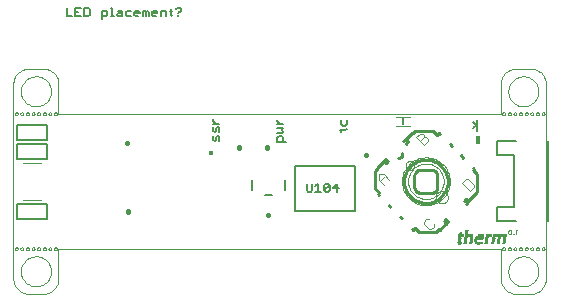
<source format=gto>
G75*
%MOIN*%
%OFA0B0*%
%FSLAX24Y24*%
%IPPOS*%
%LPD*%
%AMOC8*
5,1,8,0,0,1.08239X$1,22.5*
%
%ADD10C,0.0000*%
%ADD11C,0.0050*%
%ADD12C,0.0080*%
%ADD13C,0.0100*%
%ADD14C,0.0020*%
%ADD15C,0.0040*%
%ADD16R,0.0050X0.0305*%
%ADD17C,0.0160*%
%ADD18R,0.0160X0.0280*%
%ADD19R,0.0100X0.0020*%
%ADD20R,0.0140X0.0020*%
%ADD21R,0.0120X0.0020*%
%ADD22R,0.0180X0.0020*%
%ADD23R,0.0160X0.0020*%
%ADD24R,0.0240X0.0020*%
%ADD25R,0.0040X0.0020*%
%ADD26R,0.0300X0.0020*%
%ADD27R,0.0280X0.0020*%
%ADD28R,0.0460X0.0020*%
%ADD29R,0.0220X0.0020*%
%ADD30R,0.0260X0.0020*%
%ADD31R,0.0440X0.0020*%
%ADD32R,0.0020X0.0020*%
%ADD33R,0.0080X0.0020*%
%ADD34R,0.0177X0.0177*%
D10*
X004510Y000900D02*
X004510Y007400D01*
X004512Y007444D01*
X004518Y007487D01*
X004527Y007529D01*
X004540Y007571D01*
X004557Y007611D01*
X004577Y007650D01*
X004600Y007687D01*
X004627Y007721D01*
X004656Y007754D01*
X004689Y007783D01*
X004723Y007810D01*
X004760Y007833D01*
X004799Y007853D01*
X004839Y007870D01*
X004881Y007883D01*
X004923Y007892D01*
X004966Y007898D01*
X005010Y007900D01*
X005510Y007900D01*
X005554Y007898D01*
X005597Y007892D01*
X005639Y007883D01*
X005681Y007870D01*
X005721Y007853D01*
X005760Y007833D01*
X005797Y007810D01*
X005831Y007783D01*
X005864Y007754D01*
X005893Y007721D01*
X005920Y007687D01*
X005943Y007650D01*
X005963Y007611D01*
X005980Y007571D01*
X005993Y007529D01*
X006002Y007487D01*
X006008Y007444D01*
X006010Y007400D01*
X006010Y006400D01*
X020760Y006400D01*
X020760Y007400D01*
X020762Y007444D01*
X020768Y007487D01*
X020777Y007529D01*
X020790Y007571D01*
X020807Y007611D01*
X020827Y007650D01*
X020850Y007687D01*
X020877Y007721D01*
X020906Y007754D01*
X020939Y007783D01*
X020973Y007810D01*
X021010Y007833D01*
X021049Y007853D01*
X021089Y007870D01*
X021131Y007883D01*
X021173Y007892D01*
X021216Y007898D01*
X021260Y007900D01*
X021760Y007900D01*
X021804Y007898D01*
X021847Y007892D01*
X021889Y007883D01*
X021931Y007870D01*
X021971Y007853D01*
X022010Y007833D01*
X022047Y007810D01*
X022081Y007783D01*
X022114Y007754D01*
X022143Y007721D01*
X022170Y007687D01*
X022193Y007650D01*
X022213Y007611D01*
X022230Y007571D01*
X022243Y007529D01*
X022252Y007487D01*
X022258Y007444D01*
X022260Y007400D01*
X022260Y000900D01*
X022258Y000856D01*
X022252Y000813D01*
X022243Y000771D01*
X022230Y000729D01*
X022213Y000689D01*
X022193Y000650D01*
X022170Y000613D01*
X022143Y000579D01*
X022114Y000546D01*
X022081Y000517D01*
X022047Y000490D01*
X022010Y000467D01*
X021971Y000447D01*
X021931Y000430D01*
X021889Y000417D01*
X021847Y000408D01*
X021804Y000402D01*
X021760Y000400D01*
X021260Y000400D01*
X021216Y000402D01*
X021173Y000408D01*
X021131Y000417D01*
X021089Y000430D01*
X021049Y000447D01*
X021010Y000467D01*
X020973Y000490D01*
X020939Y000517D01*
X020906Y000546D01*
X020877Y000579D01*
X020850Y000613D01*
X020827Y000650D01*
X020807Y000689D01*
X020790Y000729D01*
X020777Y000771D01*
X020768Y000813D01*
X020762Y000856D01*
X020760Y000900D01*
X020760Y001900D01*
X006010Y001900D01*
X006010Y000900D01*
X006008Y000856D01*
X006002Y000813D01*
X005993Y000771D01*
X005980Y000729D01*
X005963Y000689D01*
X005943Y000650D01*
X005920Y000613D01*
X005893Y000579D01*
X005864Y000546D01*
X005831Y000517D01*
X005797Y000490D01*
X005760Y000467D01*
X005721Y000447D01*
X005681Y000430D01*
X005639Y000417D01*
X005597Y000408D01*
X005554Y000402D01*
X005510Y000400D01*
X005010Y000400D01*
X004966Y000402D01*
X004923Y000408D01*
X004881Y000417D01*
X004839Y000430D01*
X004799Y000447D01*
X004760Y000467D01*
X004723Y000490D01*
X004689Y000517D01*
X004656Y000546D01*
X004627Y000579D01*
X004600Y000613D01*
X004577Y000650D01*
X004557Y000689D01*
X004540Y000729D01*
X004527Y000771D01*
X004518Y000813D01*
X004512Y000856D01*
X004510Y000900D01*
X004760Y001150D02*
X004762Y001194D01*
X004768Y001238D01*
X004778Y001281D01*
X004791Y001323D01*
X004808Y001364D01*
X004829Y001403D01*
X004853Y001440D01*
X004880Y001475D01*
X004910Y001507D01*
X004943Y001537D01*
X004979Y001563D01*
X005016Y001587D01*
X005056Y001606D01*
X005097Y001623D01*
X005140Y001635D01*
X005183Y001644D01*
X005227Y001649D01*
X005271Y001650D01*
X005315Y001647D01*
X005359Y001640D01*
X005402Y001629D01*
X005444Y001615D01*
X005484Y001597D01*
X005523Y001575D01*
X005559Y001551D01*
X005593Y001523D01*
X005625Y001492D01*
X005654Y001458D01*
X005680Y001422D01*
X005702Y001384D01*
X005721Y001344D01*
X005736Y001302D01*
X005748Y001260D01*
X005756Y001216D01*
X005760Y001172D01*
X005760Y001128D01*
X005756Y001084D01*
X005748Y001040D01*
X005736Y000998D01*
X005721Y000956D01*
X005702Y000916D01*
X005680Y000878D01*
X005654Y000842D01*
X005625Y000808D01*
X005593Y000777D01*
X005559Y000749D01*
X005523Y000725D01*
X005484Y000703D01*
X005444Y000685D01*
X005402Y000671D01*
X005359Y000660D01*
X005315Y000653D01*
X005271Y000650D01*
X005227Y000651D01*
X005183Y000656D01*
X005140Y000665D01*
X005097Y000677D01*
X005056Y000694D01*
X005016Y000713D01*
X004979Y000737D01*
X004943Y000763D01*
X004910Y000793D01*
X004880Y000825D01*
X004853Y000860D01*
X004829Y000897D01*
X004808Y000936D01*
X004791Y000977D01*
X004778Y001019D01*
X004768Y001062D01*
X004762Y001106D01*
X004760Y001150D01*
X004741Y001900D02*
X004743Y001913D01*
X004748Y001926D01*
X004757Y001937D01*
X004768Y001944D01*
X004781Y001949D01*
X004794Y001950D01*
X004808Y001947D01*
X004820Y001941D01*
X004830Y001932D01*
X004837Y001920D01*
X004841Y001907D01*
X004841Y001893D01*
X004837Y001880D01*
X004830Y001868D01*
X004820Y001859D01*
X004808Y001853D01*
X004794Y001850D01*
X004781Y001851D01*
X004768Y001856D01*
X004757Y001863D01*
X004748Y001874D01*
X004743Y001887D01*
X004741Y001900D01*
X004553Y001900D02*
X004555Y001913D01*
X004560Y001926D01*
X004569Y001937D01*
X004580Y001944D01*
X004593Y001949D01*
X004606Y001950D01*
X004620Y001947D01*
X004632Y001941D01*
X004642Y001932D01*
X004649Y001920D01*
X004653Y001907D01*
X004653Y001893D01*
X004649Y001880D01*
X004642Y001868D01*
X004632Y001859D01*
X004620Y001853D01*
X004606Y001850D01*
X004593Y001851D01*
X004580Y001856D01*
X004569Y001863D01*
X004560Y001874D01*
X004555Y001887D01*
X004553Y001900D01*
X004928Y001900D02*
X004930Y001913D01*
X004935Y001926D01*
X004944Y001937D01*
X004955Y001944D01*
X004968Y001949D01*
X004981Y001950D01*
X004995Y001947D01*
X005007Y001941D01*
X005017Y001932D01*
X005024Y001920D01*
X005028Y001907D01*
X005028Y001893D01*
X005024Y001880D01*
X005017Y001868D01*
X005007Y001859D01*
X004995Y001853D01*
X004981Y001850D01*
X004968Y001851D01*
X004955Y001856D01*
X004944Y001863D01*
X004935Y001874D01*
X004930Y001887D01*
X004928Y001900D01*
X005116Y001900D02*
X005118Y001913D01*
X005123Y001926D01*
X005132Y001937D01*
X005143Y001944D01*
X005156Y001949D01*
X005169Y001950D01*
X005183Y001947D01*
X005195Y001941D01*
X005205Y001932D01*
X005212Y001920D01*
X005216Y001907D01*
X005216Y001893D01*
X005212Y001880D01*
X005205Y001868D01*
X005195Y001859D01*
X005183Y001853D01*
X005169Y001850D01*
X005156Y001851D01*
X005143Y001856D01*
X005132Y001863D01*
X005123Y001874D01*
X005118Y001887D01*
X005116Y001900D01*
X005303Y001900D02*
X005305Y001913D01*
X005310Y001926D01*
X005319Y001937D01*
X005330Y001944D01*
X005343Y001949D01*
X005356Y001950D01*
X005370Y001947D01*
X005382Y001941D01*
X005392Y001932D01*
X005399Y001920D01*
X005403Y001907D01*
X005403Y001893D01*
X005399Y001880D01*
X005392Y001868D01*
X005382Y001859D01*
X005370Y001853D01*
X005356Y001850D01*
X005343Y001851D01*
X005330Y001856D01*
X005319Y001863D01*
X005310Y001874D01*
X005305Y001887D01*
X005303Y001900D01*
X005491Y001900D02*
X005493Y001913D01*
X005498Y001926D01*
X005507Y001937D01*
X005518Y001944D01*
X005531Y001949D01*
X005544Y001950D01*
X005558Y001947D01*
X005570Y001941D01*
X005580Y001932D01*
X005587Y001920D01*
X005591Y001907D01*
X005591Y001893D01*
X005587Y001880D01*
X005580Y001868D01*
X005570Y001859D01*
X005558Y001853D01*
X005544Y001850D01*
X005531Y001851D01*
X005518Y001856D01*
X005507Y001863D01*
X005498Y001874D01*
X005493Y001887D01*
X005491Y001900D01*
X005678Y001900D02*
X005680Y001913D01*
X005685Y001926D01*
X005694Y001937D01*
X005705Y001944D01*
X005718Y001949D01*
X005731Y001950D01*
X005745Y001947D01*
X005757Y001941D01*
X005767Y001932D01*
X005774Y001920D01*
X005778Y001907D01*
X005778Y001893D01*
X005774Y001880D01*
X005767Y001868D01*
X005757Y001859D01*
X005745Y001853D01*
X005731Y001850D01*
X005718Y001851D01*
X005705Y001856D01*
X005694Y001863D01*
X005685Y001874D01*
X005680Y001887D01*
X005678Y001900D01*
X005866Y001900D02*
X005868Y001913D01*
X005873Y001926D01*
X005882Y001937D01*
X005893Y001944D01*
X005906Y001949D01*
X005919Y001950D01*
X005933Y001947D01*
X005945Y001941D01*
X005955Y001932D01*
X005962Y001920D01*
X005966Y001907D01*
X005966Y001893D01*
X005962Y001880D01*
X005955Y001868D01*
X005945Y001859D01*
X005933Y001853D01*
X005919Y001850D01*
X005906Y001851D01*
X005893Y001856D01*
X005882Y001863D01*
X005873Y001874D01*
X005868Y001887D01*
X005866Y001900D01*
X005866Y006400D02*
X005868Y006413D01*
X005873Y006426D01*
X005882Y006437D01*
X005893Y006444D01*
X005906Y006449D01*
X005919Y006450D01*
X005933Y006447D01*
X005945Y006441D01*
X005955Y006432D01*
X005962Y006420D01*
X005966Y006407D01*
X005966Y006393D01*
X005962Y006380D01*
X005955Y006368D01*
X005945Y006359D01*
X005933Y006353D01*
X005919Y006350D01*
X005906Y006351D01*
X005893Y006356D01*
X005882Y006363D01*
X005873Y006374D01*
X005868Y006387D01*
X005866Y006400D01*
X005678Y006400D02*
X005680Y006413D01*
X005685Y006426D01*
X005694Y006437D01*
X005705Y006444D01*
X005718Y006449D01*
X005731Y006450D01*
X005745Y006447D01*
X005757Y006441D01*
X005767Y006432D01*
X005774Y006420D01*
X005778Y006407D01*
X005778Y006393D01*
X005774Y006380D01*
X005767Y006368D01*
X005757Y006359D01*
X005745Y006353D01*
X005731Y006350D01*
X005718Y006351D01*
X005705Y006356D01*
X005694Y006363D01*
X005685Y006374D01*
X005680Y006387D01*
X005678Y006400D01*
X005491Y006400D02*
X005493Y006413D01*
X005498Y006426D01*
X005507Y006437D01*
X005518Y006444D01*
X005531Y006449D01*
X005544Y006450D01*
X005558Y006447D01*
X005570Y006441D01*
X005580Y006432D01*
X005587Y006420D01*
X005591Y006407D01*
X005591Y006393D01*
X005587Y006380D01*
X005580Y006368D01*
X005570Y006359D01*
X005558Y006353D01*
X005544Y006350D01*
X005531Y006351D01*
X005518Y006356D01*
X005507Y006363D01*
X005498Y006374D01*
X005493Y006387D01*
X005491Y006400D01*
X005303Y006400D02*
X005305Y006413D01*
X005310Y006426D01*
X005319Y006437D01*
X005330Y006444D01*
X005343Y006449D01*
X005356Y006450D01*
X005370Y006447D01*
X005382Y006441D01*
X005392Y006432D01*
X005399Y006420D01*
X005403Y006407D01*
X005403Y006393D01*
X005399Y006380D01*
X005392Y006368D01*
X005382Y006359D01*
X005370Y006353D01*
X005356Y006350D01*
X005343Y006351D01*
X005330Y006356D01*
X005319Y006363D01*
X005310Y006374D01*
X005305Y006387D01*
X005303Y006400D01*
X005116Y006400D02*
X005118Y006413D01*
X005123Y006426D01*
X005132Y006437D01*
X005143Y006444D01*
X005156Y006449D01*
X005169Y006450D01*
X005183Y006447D01*
X005195Y006441D01*
X005205Y006432D01*
X005212Y006420D01*
X005216Y006407D01*
X005216Y006393D01*
X005212Y006380D01*
X005205Y006368D01*
X005195Y006359D01*
X005183Y006353D01*
X005169Y006350D01*
X005156Y006351D01*
X005143Y006356D01*
X005132Y006363D01*
X005123Y006374D01*
X005118Y006387D01*
X005116Y006400D01*
X004928Y006400D02*
X004930Y006413D01*
X004935Y006426D01*
X004944Y006437D01*
X004955Y006444D01*
X004968Y006449D01*
X004981Y006450D01*
X004995Y006447D01*
X005007Y006441D01*
X005017Y006432D01*
X005024Y006420D01*
X005028Y006407D01*
X005028Y006393D01*
X005024Y006380D01*
X005017Y006368D01*
X005007Y006359D01*
X004995Y006353D01*
X004981Y006350D01*
X004968Y006351D01*
X004955Y006356D01*
X004944Y006363D01*
X004935Y006374D01*
X004930Y006387D01*
X004928Y006400D01*
X004741Y006400D02*
X004743Y006413D01*
X004748Y006426D01*
X004757Y006437D01*
X004768Y006444D01*
X004781Y006449D01*
X004794Y006450D01*
X004808Y006447D01*
X004820Y006441D01*
X004830Y006432D01*
X004837Y006420D01*
X004841Y006407D01*
X004841Y006393D01*
X004837Y006380D01*
X004830Y006368D01*
X004820Y006359D01*
X004808Y006353D01*
X004794Y006350D01*
X004781Y006351D01*
X004768Y006356D01*
X004757Y006363D01*
X004748Y006374D01*
X004743Y006387D01*
X004741Y006400D01*
X004553Y006400D02*
X004555Y006413D01*
X004560Y006426D01*
X004569Y006437D01*
X004580Y006444D01*
X004593Y006449D01*
X004606Y006450D01*
X004620Y006447D01*
X004632Y006441D01*
X004642Y006432D01*
X004649Y006420D01*
X004653Y006407D01*
X004653Y006393D01*
X004649Y006380D01*
X004642Y006368D01*
X004632Y006359D01*
X004620Y006353D01*
X004606Y006350D01*
X004593Y006351D01*
X004580Y006356D01*
X004569Y006363D01*
X004560Y006374D01*
X004555Y006387D01*
X004553Y006400D01*
X004760Y007150D02*
X004762Y007194D01*
X004768Y007238D01*
X004778Y007281D01*
X004791Y007323D01*
X004808Y007364D01*
X004829Y007403D01*
X004853Y007440D01*
X004880Y007475D01*
X004910Y007507D01*
X004943Y007537D01*
X004979Y007563D01*
X005016Y007587D01*
X005056Y007606D01*
X005097Y007623D01*
X005140Y007635D01*
X005183Y007644D01*
X005227Y007649D01*
X005271Y007650D01*
X005315Y007647D01*
X005359Y007640D01*
X005402Y007629D01*
X005444Y007615D01*
X005484Y007597D01*
X005523Y007575D01*
X005559Y007551D01*
X005593Y007523D01*
X005625Y007492D01*
X005654Y007458D01*
X005680Y007422D01*
X005702Y007384D01*
X005721Y007344D01*
X005736Y007302D01*
X005748Y007260D01*
X005756Y007216D01*
X005760Y007172D01*
X005760Y007128D01*
X005756Y007084D01*
X005748Y007040D01*
X005736Y006998D01*
X005721Y006956D01*
X005702Y006916D01*
X005680Y006878D01*
X005654Y006842D01*
X005625Y006808D01*
X005593Y006777D01*
X005559Y006749D01*
X005523Y006725D01*
X005484Y006703D01*
X005444Y006685D01*
X005402Y006671D01*
X005359Y006660D01*
X005315Y006653D01*
X005271Y006650D01*
X005227Y006651D01*
X005183Y006656D01*
X005140Y006665D01*
X005097Y006677D01*
X005056Y006694D01*
X005016Y006713D01*
X004979Y006737D01*
X004943Y006763D01*
X004910Y006793D01*
X004880Y006825D01*
X004853Y006860D01*
X004829Y006897D01*
X004808Y006936D01*
X004791Y006977D01*
X004778Y007019D01*
X004768Y007062D01*
X004762Y007106D01*
X004760Y007150D01*
X017583Y004679D02*
X017585Y004703D01*
X017591Y004726D01*
X017600Y004748D01*
X017613Y004768D01*
X017628Y004786D01*
X017647Y004801D01*
X017668Y004813D01*
X017690Y004821D01*
X017713Y004826D01*
X017737Y004827D01*
X017761Y004824D01*
X017783Y004817D01*
X017805Y004807D01*
X017825Y004794D01*
X017842Y004777D01*
X017856Y004758D01*
X017867Y004737D01*
X017875Y004714D01*
X017879Y004691D01*
X017879Y004667D01*
X017875Y004644D01*
X017867Y004621D01*
X017856Y004600D01*
X017842Y004581D01*
X017825Y004564D01*
X017805Y004551D01*
X017783Y004541D01*
X017761Y004534D01*
X017737Y004531D01*
X017713Y004532D01*
X017690Y004537D01*
X017668Y004545D01*
X017647Y004557D01*
X017628Y004572D01*
X017613Y004590D01*
X017600Y004610D01*
X017591Y004632D01*
X017585Y004655D01*
X017583Y004679D01*
X018581Y003621D02*
X018583Y003649D01*
X018589Y003677D01*
X018598Y003703D01*
X018611Y003729D01*
X018627Y003752D01*
X018647Y003772D01*
X018669Y003790D01*
X018693Y003805D01*
X018719Y003816D01*
X018746Y003824D01*
X018774Y003828D01*
X018802Y003828D01*
X018830Y003824D01*
X018857Y003816D01*
X018883Y003805D01*
X018907Y003790D01*
X018929Y003772D01*
X018949Y003752D01*
X018965Y003729D01*
X018978Y003703D01*
X018987Y003677D01*
X018993Y003649D01*
X018995Y003621D01*
X018993Y003593D01*
X018987Y003565D01*
X018978Y003539D01*
X018965Y003513D01*
X018949Y003490D01*
X018929Y003470D01*
X018907Y003452D01*
X018883Y003437D01*
X018857Y003426D01*
X018830Y003418D01*
X018802Y003414D01*
X018774Y003414D01*
X018746Y003418D01*
X018719Y003426D01*
X018693Y003437D01*
X018669Y003452D01*
X018647Y003470D01*
X018627Y003490D01*
X018611Y003513D01*
X018598Y003539D01*
X018589Y003565D01*
X018583Y003593D01*
X018581Y003621D01*
X020803Y001900D02*
X020805Y001913D01*
X020810Y001926D01*
X020819Y001937D01*
X020830Y001944D01*
X020843Y001949D01*
X020856Y001950D01*
X020870Y001947D01*
X020882Y001941D01*
X020892Y001932D01*
X020899Y001920D01*
X020903Y001907D01*
X020903Y001893D01*
X020899Y001880D01*
X020892Y001868D01*
X020882Y001859D01*
X020870Y001853D01*
X020856Y001850D01*
X020843Y001851D01*
X020830Y001856D01*
X020819Y001863D01*
X020810Y001874D01*
X020805Y001887D01*
X020803Y001900D01*
X020991Y001900D02*
X020993Y001913D01*
X020998Y001926D01*
X021007Y001937D01*
X021018Y001944D01*
X021031Y001949D01*
X021044Y001950D01*
X021058Y001947D01*
X021070Y001941D01*
X021080Y001932D01*
X021087Y001920D01*
X021091Y001907D01*
X021091Y001893D01*
X021087Y001880D01*
X021080Y001868D01*
X021070Y001859D01*
X021058Y001853D01*
X021044Y001850D01*
X021031Y001851D01*
X021018Y001856D01*
X021007Y001863D01*
X020998Y001874D01*
X020993Y001887D01*
X020991Y001900D01*
X021178Y001900D02*
X021180Y001913D01*
X021185Y001926D01*
X021194Y001937D01*
X021205Y001944D01*
X021218Y001949D01*
X021231Y001950D01*
X021245Y001947D01*
X021257Y001941D01*
X021267Y001932D01*
X021274Y001920D01*
X021278Y001907D01*
X021278Y001893D01*
X021274Y001880D01*
X021267Y001868D01*
X021257Y001859D01*
X021245Y001853D01*
X021231Y001850D01*
X021218Y001851D01*
X021205Y001856D01*
X021194Y001863D01*
X021185Y001874D01*
X021180Y001887D01*
X021178Y001900D01*
X021366Y001900D02*
X021368Y001913D01*
X021373Y001926D01*
X021382Y001937D01*
X021393Y001944D01*
X021406Y001949D01*
X021419Y001950D01*
X021433Y001947D01*
X021445Y001941D01*
X021455Y001932D01*
X021462Y001920D01*
X021466Y001907D01*
X021466Y001893D01*
X021462Y001880D01*
X021455Y001868D01*
X021445Y001859D01*
X021433Y001853D01*
X021419Y001850D01*
X021406Y001851D01*
X021393Y001856D01*
X021382Y001863D01*
X021373Y001874D01*
X021368Y001887D01*
X021366Y001900D01*
X021553Y001900D02*
X021555Y001913D01*
X021560Y001926D01*
X021569Y001937D01*
X021580Y001944D01*
X021593Y001949D01*
X021606Y001950D01*
X021620Y001947D01*
X021632Y001941D01*
X021642Y001932D01*
X021649Y001920D01*
X021653Y001907D01*
X021653Y001893D01*
X021649Y001880D01*
X021642Y001868D01*
X021632Y001859D01*
X021620Y001853D01*
X021606Y001850D01*
X021593Y001851D01*
X021580Y001856D01*
X021569Y001863D01*
X021560Y001874D01*
X021555Y001887D01*
X021553Y001900D01*
X021741Y001900D02*
X021743Y001913D01*
X021748Y001926D01*
X021757Y001937D01*
X021768Y001944D01*
X021781Y001949D01*
X021794Y001950D01*
X021808Y001947D01*
X021820Y001941D01*
X021830Y001932D01*
X021837Y001920D01*
X021841Y001907D01*
X021841Y001893D01*
X021837Y001880D01*
X021830Y001868D01*
X021820Y001859D01*
X021808Y001853D01*
X021794Y001850D01*
X021781Y001851D01*
X021768Y001856D01*
X021757Y001863D01*
X021748Y001874D01*
X021743Y001887D01*
X021741Y001900D01*
X021928Y001900D02*
X021930Y001913D01*
X021935Y001926D01*
X021944Y001937D01*
X021955Y001944D01*
X021968Y001949D01*
X021981Y001950D01*
X021995Y001947D01*
X022007Y001941D01*
X022017Y001932D01*
X022024Y001920D01*
X022028Y001907D01*
X022028Y001893D01*
X022024Y001880D01*
X022017Y001868D01*
X022007Y001859D01*
X021995Y001853D01*
X021981Y001850D01*
X021968Y001851D01*
X021955Y001856D01*
X021944Y001863D01*
X021935Y001874D01*
X021930Y001887D01*
X021928Y001900D01*
X022116Y001900D02*
X022118Y001913D01*
X022123Y001926D01*
X022132Y001937D01*
X022143Y001944D01*
X022156Y001949D01*
X022169Y001950D01*
X022183Y001947D01*
X022195Y001941D01*
X022205Y001932D01*
X022212Y001920D01*
X022216Y001907D01*
X022216Y001893D01*
X022212Y001880D01*
X022205Y001868D01*
X022195Y001859D01*
X022183Y001853D01*
X022169Y001850D01*
X022156Y001851D01*
X022143Y001856D01*
X022132Y001863D01*
X022123Y001874D01*
X022118Y001887D01*
X022116Y001900D01*
X021010Y001150D02*
X021012Y001194D01*
X021018Y001238D01*
X021028Y001281D01*
X021041Y001323D01*
X021058Y001364D01*
X021079Y001403D01*
X021103Y001440D01*
X021130Y001475D01*
X021160Y001507D01*
X021193Y001537D01*
X021229Y001563D01*
X021266Y001587D01*
X021306Y001606D01*
X021347Y001623D01*
X021390Y001635D01*
X021433Y001644D01*
X021477Y001649D01*
X021521Y001650D01*
X021565Y001647D01*
X021609Y001640D01*
X021652Y001629D01*
X021694Y001615D01*
X021734Y001597D01*
X021773Y001575D01*
X021809Y001551D01*
X021843Y001523D01*
X021875Y001492D01*
X021904Y001458D01*
X021930Y001422D01*
X021952Y001384D01*
X021971Y001344D01*
X021986Y001302D01*
X021998Y001260D01*
X022006Y001216D01*
X022010Y001172D01*
X022010Y001128D01*
X022006Y001084D01*
X021998Y001040D01*
X021986Y000998D01*
X021971Y000956D01*
X021952Y000916D01*
X021930Y000878D01*
X021904Y000842D01*
X021875Y000808D01*
X021843Y000777D01*
X021809Y000749D01*
X021773Y000725D01*
X021734Y000703D01*
X021694Y000685D01*
X021652Y000671D01*
X021609Y000660D01*
X021565Y000653D01*
X021521Y000650D01*
X021477Y000651D01*
X021433Y000656D01*
X021390Y000665D01*
X021347Y000677D01*
X021306Y000694D01*
X021266Y000713D01*
X021229Y000737D01*
X021193Y000763D01*
X021160Y000793D01*
X021130Y000825D01*
X021103Y000860D01*
X021079Y000897D01*
X021058Y000936D01*
X021041Y000977D01*
X021028Y001019D01*
X021018Y001062D01*
X021012Y001106D01*
X021010Y001150D01*
X020991Y006400D02*
X020993Y006413D01*
X020998Y006426D01*
X021007Y006437D01*
X021018Y006444D01*
X021031Y006449D01*
X021044Y006450D01*
X021058Y006447D01*
X021070Y006441D01*
X021080Y006432D01*
X021087Y006420D01*
X021091Y006407D01*
X021091Y006393D01*
X021087Y006380D01*
X021080Y006368D01*
X021070Y006359D01*
X021058Y006353D01*
X021044Y006350D01*
X021031Y006351D01*
X021018Y006356D01*
X021007Y006363D01*
X020998Y006374D01*
X020993Y006387D01*
X020991Y006400D01*
X020803Y006400D02*
X020805Y006413D01*
X020810Y006426D01*
X020819Y006437D01*
X020830Y006444D01*
X020843Y006449D01*
X020856Y006450D01*
X020870Y006447D01*
X020882Y006441D01*
X020892Y006432D01*
X020899Y006420D01*
X020903Y006407D01*
X020903Y006393D01*
X020899Y006380D01*
X020892Y006368D01*
X020882Y006359D01*
X020870Y006353D01*
X020856Y006350D01*
X020843Y006351D01*
X020830Y006356D01*
X020819Y006363D01*
X020810Y006374D01*
X020805Y006387D01*
X020803Y006400D01*
X021178Y006400D02*
X021180Y006413D01*
X021185Y006426D01*
X021194Y006437D01*
X021205Y006444D01*
X021218Y006449D01*
X021231Y006450D01*
X021245Y006447D01*
X021257Y006441D01*
X021267Y006432D01*
X021274Y006420D01*
X021278Y006407D01*
X021278Y006393D01*
X021274Y006380D01*
X021267Y006368D01*
X021257Y006359D01*
X021245Y006353D01*
X021231Y006350D01*
X021218Y006351D01*
X021205Y006356D01*
X021194Y006363D01*
X021185Y006374D01*
X021180Y006387D01*
X021178Y006400D01*
X021366Y006400D02*
X021368Y006413D01*
X021373Y006426D01*
X021382Y006437D01*
X021393Y006444D01*
X021406Y006449D01*
X021419Y006450D01*
X021433Y006447D01*
X021445Y006441D01*
X021455Y006432D01*
X021462Y006420D01*
X021466Y006407D01*
X021466Y006393D01*
X021462Y006380D01*
X021455Y006368D01*
X021445Y006359D01*
X021433Y006353D01*
X021419Y006350D01*
X021406Y006351D01*
X021393Y006356D01*
X021382Y006363D01*
X021373Y006374D01*
X021368Y006387D01*
X021366Y006400D01*
X021553Y006400D02*
X021555Y006413D01*
X021560Y006426D01*
X021569Y006437D01*
X021580Y006444D01*
X021593Y006449D01*
X021606Y006450D01*
X021620Y006447D01*
X021632Y006441D01*
X021642Y006432D01*
X021649Y006420D01*
X021653Y006407D01*
X021653Y006393D01*
X021649Y006380D01*
X021642Y006368D01*
X021632Y006359D01*
X021620Y006353D01*
X021606Y006350D01*
X021593Y006351D01*
X021580Y006356D01*
X021569Y006363D01*
X021560Y006374D01*
X021555Y006387D01*
X021553Y006400D01*
X021741Y006400D02*
X021743Y006413D01*
X021748Y006426D01*
X021757Y006437D01*
X021768Y006444D01*
X021781Y006449D01*
X021794Y006450D01*
X021808Y006447D01*
X021820Y006441D01*
X021830Y006432D01*
X021837Y006420D01*
X021841Y006407D01*
X021841Y006393D01*
X021837Y006380D01*
X021830Y006368D01*
X021820Y006359D01*
X021808Y006353D01*
X021794Y006350D01*
X021781Y006351D01*
X021768Y006356D01*
X021757Y006363D01*
X021748Y006374D01*
X021743Y006387D01*
X021741Y006400D01*
X021928Y006400D02*
X021930Y006413D01*
X021935Y006426D01*
X021944Y006437D01*
X021955Y006444D01*
X021968Y006449D01*
X021981Y006450D01*
X021995Y006447D01*
X022007Y006441D01*
X022017Y006432D01*
X022024Y006420D01*
X022028Y006407D01*
X022028Y006393D01*
X022024Y006380D01*
X022017Y006368D01*
X022007Y006359D01*
X021995Y006353D01*
X021981Y006350D01*
X021968Y006351D01*
X021955Y006356D01*
X021944Y006363D01*
X021935Y006374D01*
X021930Y006387D01*
X021928Y006400D01*
X022116Y006400D02*
X022118Y006413D01*
X022123Y006426D01*
X022132Y006437D01*
X022143Y006444D01*
X022156Y006449D01*
X022169Y006450D01*
X022183Y006447D01*
X022195Y006441D01*
X022205Y006432D01*
X022212Y006420D01*
X022216Y006407D01*
X022216Y006393D01*
X022212Y006380D01*
X022205Y006368D01*
X022195Y006359D01*
X022183Y006353D01*
X022169Y006350D01*
X022156Y006351D01*
X022143Y006356D01*
X022132Y006363D01*
X022123Y006374D01*
X022118Y006387D01*
X022116Y006400D01*
X021010Y007150D02*
X021012Y007194D01*
X021018Y007238D01*
X021028Y007281D01*
X021041Y007323D01*
X021058Y007364D01*
X021079Y007403D01*
X021103Y007440D01*
X021130Y007475D01*
X021160Y007507D01*
X021193Y007537D01*
X021229Y007563D01*
X021266Y007587D01*
X021306Y007606D01*
X021347Y007623D01*
X021390Y007635D01*
X021433Y007644D01*
X021477Y007649D01*
X021521Y007650D01*
X021565Y007647D01*
X021609Y007640D01*
X021652Y007629D01*
X021694Y007615D01*
X021734Y007597D01*
X021773Y007575D01*
X021809Y007551D01*
X021843Y007523D01*
X021875Y007492D01*
X021904Y007458D01*
X021930Y007422D01*
X021952Y007384D01*
X021971Y007344D01*
X021986Y007302D01*
X021998Y007260D01*
X022006Y007216D01*
X022010Y007172D01*
X022010Y007128D01*
X022006Y007084D01*
X021998Y007040D01*
X021986Y006998D01*
X021971Y006956D01*
X021952Y006916D01*
X021930Y006878D01*
X021904Y006842D01*
X021875Y006808D01*
X021843Y006777D01*
X021809Y006749D01*
X021773Y006725D01*
X021734Y006703D01*
X021694Y006685D01*
X021652Y006671D01*
X021609Y006660D01*
X021565Y006653D01*
X021521Y006650D01*
X021477Y006651D01*
X021433Y006656D01*
X021390Y006665D01*
X021347Y006677D01*
X021306Y006694D01*
X021266Y006713D01*
X021229Y006737D01*
X021193Y006763D01*
X021160Y006793D01*
X021130Y006825D01*
X021103Y006860D01*
X021079Y006897D01*
X021058Y006936D01*
X021041Y006977D01*
X021028Y007019D01*
X021018Y007062D01*
X021012Y007106D01*
X021010Y007150D01*
D11*
X015885Y004650D02*
X015885Y003150D01*
X013885Y003150D01*
X013885Y004650D01*
X015885Y004650D01*
X015304Y004070D02*
X015168Y003935D01*
X015349Y003935D01*
X015304Y003800D02*
X015304Y004070D01*
X015054Y004025D02*
X014874Y003845D01*
X014919Y003800D01*
X015009Y003800D01*
X015054Y003845D01*
X015054Y004025D01*
X015009Y004070D01*
X014919Y004070D01*
X014874Y004025D01*
X014874Y003845D01*
X014759Y003800D02*
X014579Y003800D01*
X014669Y003800D02*
X014669Y004070D01*
X014579Y003980D01*
X014465Y004070D02*
X014465Y003845D01*
X014420Y003800D01*
X014330Y003800D01*
X014285Y003845D01*
X014285Y004070D01*
X013582Y005465D02*
X013312Y005465D01*
X013312Y005600D01*
X013357Y005645D01*
X013447Y005645D01*
X013492Y005600D01*
X013492Y005465D01*
X013447Y005760D02*
X013492Y005805D01*
X013447Y005850D01*
X013492Y005895D01*
X013447Y005940D01*
X013312Y005940D01*
X013312Y006054D02*
X013492Y006054D01*
X013402Y006054D02*
X013312Y006145D01*
X013312Y006190D01*
X013312Y005760D02*
X013447Y005760D01*
X015392Y005854D02*
X015572Y005854D01*
X015617Y005899D01*
X015572Y006005D02*
X015617Y006050D01*
X015617Y006186D01*
X015437Y006186D02*
X015437Y006050D01*
X015482Y006005D01*
X015572Y006005D01*
X015437Y005899D02*
X015437Y005809D01*
X011360Y005782D02*
X011360Y005917D01*
X011314Y005962D01*
X011269Y005917D01*
X011269Y005827D01*
X011224Y005782D01*
X011179Y005827D01*
X011179Y005962D01*
X011179Y006077D02*
X011360Y006077D01*
X011269Y006077D02*
X011179Y006167D01*
X011179Y006212D01*
X011179Y005668D02*
X011179Y005533D01*
X011224Y005488D01*
X011269Y005533D01*
X011269Y005623D01*
X011314Y005668D01*
X011360Y005623D01*
X011360Y005488D01*
X010009Y009655D02*
X010009Y009700D01*
X010009Y009745D02*
X010099Y009835D01*
X010099Y009880D01*
X010054Y009925D01*
X009964Y009925D01*
X009919Y009880D01*
X009812Y009835D02*
X009722Y009835D01*
X009767Y009880D02*
X009767Y009700D01*
X009812Y009655D01*
X009608Y009655D02*
X009608Y009790D01*
X009563Y009835D01*
X009427Y009835D01*
X009427Y009655D01*
X009313Y009745D02*
X009133Y009745D01*
X009133Y009700D02*
X009133Y009790D01*
X009178Y009835D01*
X009268Y009835D01*
X009313Y009790D01*
X009313Y009745D01*
X009268Y009655D02*
X009178Y009655D01*
X009133Y009700D01*
X009018Y009655D02*
X009018Y009790D01*
X008973Y009835D01*
X008928Y009790D01*
X008928Y009655D01*
X008838Y009655D02*
X008838Y009835D01*
X008883Y009835D01*
X008928Y009790D01*
X008724Y009790D02*
X008724Y009745D01*
X008544Y009745D01*
X008544Y009700D02*
X008544Y009790D01*
X008589Y009835D01*
X008679Y009835D01*
X008724Y009790D01*
X008679Y009655D02*
X008589Y009655D01*
X008544Y009700D01*
X008429Y009655D02*
X008294Y009655D01*
X008249Y009700D01*
X008249Y009790D01*
X008294Y009835D01*
X008429Y009835D01*
X008134Y009790D02*
X008134Y009655D01*
X007999Y009655D01*
X007954Y009700D01*
X007999Y009745D01*
X008134Y009745D01*
X008134Y009790D02*
X008089Y009835D01*
X007999Y009835D01*
X007803Y009925D02*
X007803Y009655D01*
X007758Y009655D02*
X007848Y009655D01*
X007643Y009700D02*
X007643Y009790D01*
X007598Y009835D01*
X007463Y009835D01*
X007463Y009565D01*
X007463Y009655D02*
X007598Y009655D01*
X007643Y009700D01*
X007758Y009925D02*
X007803Y009925D01*
X007054Y009880D02*
X007054Y009700D01*
X007009Y009655D01*
X006874Y009655D01*
X006874Y009925D01*
X007009Y009925D01*
X007054Y009880D01*
X006759Y009925D02*
X006579Y009925D01*
X006579Y009655D01*
X006759Y009655D01*
X006669Y009790D02*
X006579Y009790D01*
X006465Y009655D02*
X006285Y009655D01*
X006285Y009925D01*
D12*
X005635Y006025D02*
X004635Y006025D01*
X004635Y005525D01*
X005635Y005525D01*
X005635Y006025D01*
X005635Y005400D02*
X004635Y005400D01*
X004635Y004900D01*
X005635Y004900D01*
X005635Y005400D01*
X005635Y003400D02*
X004635Y003400D01*
X004635Y002900D01*
X005635Y002900D01*
X005635Y003400D01*
X012450Y003856D02*
X012450Y004194D01*
X012904Y003706D02*
X013115Y003706D01*
X013570Y003856D02*
X013570Y004194D01*
X019829Y005933D02*
X019951Y006025D01*
X019951Y006206D01*
X019829Y006111D02*
X019945Y006035D01*
X019951Y006025D02*
X019951Y005844D01*
X020637Y005489D02*
X021267Y005489D01*
X021189Y005016D02*
X020637Y005016D01*
X020637Y005489D01*
X021189Y005016D02*
X021189Y003284D01*
X020637Y003284D01*
X020637Y002811D01*
X021267Y002811D01*
X022330Y002811D02*
X022330Y005489D01*
D13*
X019952Y004386D02*
X019952Y003802D01*
X019859Y003709D01*
X019874Y003693D01*
X019661Y003480D01*
X019670Y003472D02*
X019596Y003399D01*
X019670Y003472D02*
X019589Y003553D01*
X019515Y003479D01*
X018930Y002894D02*
X018857Y002821D01*
X018929Y002748D01*
X018716Y002535D01*
X018701Y002551D01*
X018607Y002457D01*
X018023Y002457D01*
X017885Y002595D01*
X017834Y002544D01*
X017800Y002577D01*
X017466Y002911D02*
X017411Y002967D01*
X017076Y003301D02*
X017021Y003356D01*
X016686Y003691D02*
X016653Y003724D01*
X016705Y003776D01*
X016567Y003914D01*
X016567Y004498D01*
X016660Y004591D01*
X016645Y004607D01*
X016858Y004820D01*
X016849Y004828D02*
X016930Y004747D01*
X017004Y004821D01*
X016923Y004901D02*
X016849Y004828D01*
X017317Y004933D02*
X017455Y004955D01*
X017476Y005092D01*
X017589Y005406D02*
X017662Y005479D01*
X017590Y005552D01*
X017803Y005765D01*
X017818Y005749D01*
X017912Y005843D01*
X018496Y005843D01*
X018634Y005705D01*
X018685Y005756D01*
X018719Y005723D01*
X019053Y005389D02*
X019123Y005319D01*
X019429Y005013D02*
X019498Y004944D01*
X019833Y004609D02*
X019866Y004576D01*
X019814Y004524D01*
X019952Y004386D01*
X018643Y004337D02*
X018643Y003963D01*
X018641Y003937D01*
X018636Y003912D01*
X018628Y003888D01*
X018617Y003864D01*
X018602Y003843D01*
X018585Y003824D01*
X018566Y003807D01*
X018545Y003792D01*
X018521Y003781D01*
X018497Y003773D01*
X018472Y003768D01*
X018446Y003766D01*
X018073Y003766D01*
X018047Y003768D01*
X018022Y003773D01*
X017998Y003781D01*
X017975Y003792D01*
X017953Y003807D01*
X017934Y003824D01*
X017917Y003843D01*
X017902Y003865D01*
X017891Y003888D01*
X017883Y003912D01*
X017878Y003937D01*
X017876Y003963D01*
X017876Y004337D01*
X017878Y004363D01*
X017883Y004388D01*
X017891Y004412D01*
X017902Y004436D01*
X017917Y004457D01*
X017934Y004476D01*
X017953Y004493D01*
X017975Y004508D01*
X017998Y004519D01*
X018022Y004527D01*
X018047Y004532D01*
X018073Y004534D01*
X018446Y004534D01*
X018472Y004532D01*
X018497Y004527D01*
X018521Y004519D01*
X018545Y004508D01*
X018566Y004493D01*
X018585Y004476D01*
X018602Y004457D01*
X018617Y004436D01*
X018628Y004412D01*
X018636Y004388D01*
X018641Y004363D01*
X018643Y004337D01*
X017536Y004150D02*
X017538Y004203D01*
X017544Y004257D01*
X017554Y004309D01*
X017567Y004361D01*
X017585Y004412D01*
X017606Y004461D01*
X017631Y004508D01*
X017659Y004554D01*
X017690Y004597D01*
X017725Y004638D01*
X017762Y004676D01*
X017803Y004711D01*
X017845Y004743D01*
X017890Y004772D01*
X017937Y004798D01*
X017986Y004820D01*
X018036Y004839D01*
X018088Y004853D01*
X018140Y004864D01*
X018193Y004871D01*
X018247Y004874D01*
X018300Y004873D01*
X018353Y004868D01*
X018406Y004859D01*
X018458Y004846D01*
X018509Y004830D01*
X018559Y004810D01*
X018606Y004786D01*
X018652Y004758D01*
X018696Y004728D01*
X018738Y004694D01*
X018777Y004657D01*
X018813Y004618D01*
X018846Y004576D01*
X018876Y004531D01*
X018902Y004485D01*
X018925Y004436D01*
X018944Y004386D01*
X018960Y004335D01*
X018972Y004283D01*
X018980Y004230D01*
X018984Y004177D01*
X018984Y004123D01*
X018980Y004070D01*
X018972Y004017D01*
X018960Y003965D01*
X018944Y003914D01*
X018925Y003864D01*
X018902Y003815D01*
X018876Y003769D01*
X018846Y003724D01*
X018813Y003682D01*
X018777Y003643D01*
X018738Y003606D01*
X018696Y003572D01*
X018652Y003542D01*
X018606Y003514D01*
X018559Y003490D01*
X018509Y003470D01*
X018458Y003454D01*
X018406Y003441D01*
X018353Y003432D01*
X018300Y003427D01*
X018247Y003426D01*
X018193Y003429D01*
X018140Y003436D01*
X018088Y003447D01*
X018036Y003461D01*
X017986Y003480D01*
X017937Y003502D01*
X017890Y003528D01*
X017845Y003557D01*
X017803Y003589D01*
X017762Y003624D01*
X017725Y003662D01*
X017690Y003703D01*
X017659Y003746D01*
X017631Y003792D01*
X017606Y003839D01*
X017585Y003888D01*
X017567Y003939D01*
X017554Y003991D01*
X017544Y004043D01*
X017538Y004097D01*
X017536Y004150D01*
X017508Y005487D02*
X017582Y005560D01*
X017590Y005552D01*
X019011Y002813D02*
X018937Y002740D01*
X018929Y002748D01*
D14*
X017463Y004150D02*
X017465Y004206D01*
X017471Y004262D01*
X017481Y004318D01*
X017495Y004372D01*
X017512Y004426D01*
X017533Y004478D01*
X017558Y004528D01*
X017587Y004577D01*
X017619Y004623D01*
X017653Y004667D01*
X017691Y004709D01*
X017732Y004747D01*
X017776Y004783D01*
X017822Y004816D01*
X017870Y004845D01*
X017920Y004871D01*
X017971Y004893D01*
X018024Y004911D01*
X018079Y004926D01*
X018134Y004937D01*
X018190Y004944D01*
X018246Y004947D01*
X018302Y004946D01*
X018358Y004941D01*
X018414Y004932D01*
X018469Y004919D01*
X018522Y004903D01*
X018575Y004882D01*
X018626Y004858D01*
X018675Y004831D01*
X018722Y004800D01*
X018766Y004766D01*
X018808Y004728D01*
X018848Y004688D01*
X018884Y004645D01*
X018918Y004600D01*
X018948Y004553D01*
X018975Y004503D01*
X018998Y004452D01*
X019017Y004399D01*
X019033Y004345D01*
X019045Y004290D01*
X019053Y004234D01*
X019057Y004178D01*
X019057Y004122D01*
X019053Y004066D01*
X019045Y004010D01*
X019033Y003955D01*
X019017Y003901D01*
X018998Y003848D01*
X018975Y003797D01*
X018948Y003747D01*
X018918Y003700D01*
X018884Y003655D01*
X018848Y003612D01*
X018808Y003572D01*
X018766Y003534D01*
X018722Y003500D01*
X018675Y003469D01*
X018626Y003442D01*
X018575Y003418D01*
X018522Y003397D01*
X018469Y003381D01*
X018414Y003368D01*
X018358Y003359D01*
X018302Y003354D01*
X018246Y003353D01*
X018190Y003356D01*
X018134Y003363D01*
X018079Y003374D01*
X018024Y003389D01*
X017971Y003407D01*
X017920Y003429D01*
X017870Y003455D01*
X017822Y003484D01*
X017776Y003517D01*
X017732Y003553D01*
X017691Y003591D01*
X017653Y003633D01*
X017619Y003677D01*
X017587Y003723D01*
X017558Y003772D01*
X017533Y003822D01*
X017512Y003874D01*
X017495Y003928D01*
X017481Y003982D01*
X017471Y004038D01*
X017465Y004094D01*
X017463Y004150D01*
X017669Y004150D02*
X017671Y004198D01*
X017677Y004246D01*
X017687Y004293D01*
X017700Y004339D01*
X017718Y004384D01*
X017738Y004428D01*
X017763Y004470D01*
X017791Y004509D01*
X017821Y004546D01*
X017855Y004580D01*
X017892Y004612D01*
X017930Y004641D01*
X017971Y004666D01*
X018014Y004688D01*
X018059Y004706D01*
X018105Y004720D01*
X018152Y004731D01*
X018200Y004738D01*
X018248Y004741D01*
X018296Y004740D01*
X018344Y004735D01*
X018392Y004726D01*
X018438Y004714D01*
X018483Y004697D01*
X018527Y004677D01*
X018569Y004654D01*
X018609Y004627D01*
X018647Y004597D01*
X018682Y004564D01*
X018714Y004528D01*
X018744Y004490D01*
X018770Y004449D01*
X018792Y004406D01*
X018812Y004362D01*
X018827Y004317D01*
X018839Y004270D01*
X018847Y004222D01*
X018851Y004174D01*
X018851Y004126D01*
X018847Y004078D01*
X018839Y004030D01*
X018827Y003983D01*
X018812Y003938D01*
X018792Y003894D01*
X018770Y003851D01*
X018744Y003810D01*
X018714Y003772D01*
X018682Y003736D01*
X018647Y003703D01*
X018609Y003673D01*
X018569Y003646D01*
X018527Y003623D01*
X018483Y003603D01*
X018438Y003586D01*
X018392Y003574D01*
X018344Y003565D01*
X018296Y003560D01*
X018248Y003559D01*
X018200Y003562D01*
X018152Y003569D01*
X018105Y003580D01*
X018059Y003594D01*
X018014Y003612D01*
X017971Y003634D01*
X017930Y003659D01*
X017892Y003688D01*
X017855Y003720D01*
X017821Y003754D01*
X017791Y003791D01*
X017763Y003830D01*
X017738Y003872D01*
X017718Y003916D01*
X017700Y003961D01*
X017687Y004007D01*
X017677Y004054D01*
X017671Y004102D01*
X017669Y004150D01*
D15*
X017037Y004209D02*
X016868Y004379D01*
X016698Y004379D01*
X016698Y004209D01*
X016868Y004039D01*
X016740Y004166D02*
X016910Y004336D01*
X018063Y005489D02*
X018190Y005616D01*
X018275Y005616D01*
X018317Y005574D01*
X018317Y005489D01*
X018190Y005361D01*
X017935Y005616D01*
X018063Y005744D01*
X018147Y005744D01*
X018190Y005701D01*
X018190Y005616D01*
X017742Y005993D02*
X017277Y005993D01*
X017277Y006307D02*
X017742Y006307D01*
X019594Y004212D02*
X019466Y004085D01*
X019721Y003830D01*
X019848Y003958D01*
X019848Y004043D01*
X019679Y004212D01*
X019594Y004212D01*
X018356Y002890D02*
X018271Y002890D01*
X018186Y002805D01*
X018186Y002720D01*
X018356Y002550D01*
X018441Y002550D01*
X018526Y002635D01*
X018526Y002720D01*
X005430Y003540D02*
X004839Y003540D01*
X004839Y004760D02*
X005430Y004760D01*
D16*
X017480Y006148D03*
D17*
X016272Y005025D02*
X016248Y005025D01*
X012947Y005263D02*
X012947Y005287D01*
X012041Y005287D02*
X012041Y005263D01*
X013010Y003037D02*
X013010Y003013D01*
X008322Y003138D02*
X008322Y003162D01*
X008291Y005419D02*
X008291Y005443D01*
D18*
X020010Y005525D03*
D19*
X019642Y002485D03*
X019642Y002465D03*
X019642Y002445D03*
X019642Y002425D03*
X019642Y002405D03*
X019642Y002385D03*
X019622Y002365D03*
X019602Y002245D03*
X019602Y002225D03*
X019602Y002205D03*
X019602Y002185D03*
X019602Y002165D03*
X019582Y002145D03*
X019582Y002125D03*
X019582Y002105D03*
X019582Y002085D03*
X019582Y002065D03*
X019762Y002065D03*
X019762Y002085D03*
X019762Y002045D03*
X019782Y002125D03*
X019782Y002145D03*
X019782Y002165D03*
X019782Y002185D03*
X019782Y002205D03*
X019802Y002225D03*
X019802Y002245D03*
X019802Y002265D03*
X019802Y002285D03*
X019962Y002265D03*
X019982Y002285D03*
X019942Y002185D03*
X019942Y002165D03*
X019942Y002145D03*
X019942Y002125D03*
X020022Y002025D03*
X020162Y002265D03*
X020162Y002285D03*
X020142Y002305D03*
X020082Y002365D03*
X020302Y002245D03*
X020302Y002225D03*
X020302Y002205D03*
X020302Y002185D03*
X020302Y002165D03*
X020282Y002145D03*
X020282Y002125D03*
X020282Y002105D03*
X020282Y002085D03*
X020282Y002065D03*
X020502Y002065D03*
X020502Y002085D03*
X020502Y002105D03*
X020522Y002125D03*
X020522Y002145D03*
X020522Y002165D03*
X020522Y002185D03*
X020522Y002205D03*
X020542Y002245D03*
X020542Y002265D03*
X020702Y002205D03*
X020702Y002185D03*
X020702Y002165D03*
X020702Y002145D03*
X020702Y002125D03*
X020702Y002105D03*
X020682Y002085D03*
X020682Y002065D03*
X020682Y002045D03*
X020502Y002045D03*
X020722Y002225D03*
X020722Y002245D03*
X020722Y002265D03*
X020882Y002185D03*
X020882Y002165D03*
X020882Y002145D03*
X020882Y002125D03*
X020882Y002105D03*
X020882Y002085D03*
X020862Y002065D03*
X020862Y002045D03*
X020902Y002205D03*
X020902Y002225D03*
X020902Y002245D03*
X020902Y002265D03*
X020902Y002285D03*
X019422Y002385D03*
X019422Y002405D03*
X019402Y002285D03*
X019402Y002265D03*
X019402Y002245D03*
X019382Y002205D03*
X019382Y002185D03*
X019382Y002165D03*
X019382Y002145D03*
X019382Y002125D03*
X019402Y002025D03*
D20*
X019402Y002045D03*
X020562Y002285D03*
X020742Y002285D03*
D21*
X020532Y002225D03*
X020312Y002265D03*
X020272Y002045D03*
X019952Y002105D03*
X019772Y002105D03*
X019572Y002045D03*
X019372Y002105D03*
X019392Y002225D03*
X019612Y002265D03*
X019632Y002285D03*
X020012Y002305D03*
D22*
X020082Y002345D03*
X020362Y002345D03*
X020362Y002325D03*
X020362Y002305D03*
X020022Y002045D03*
X019422Y002305D03*
X019422Y002325D03*
X019422Y002345D03*
D23*
X019432Y002365D03*
X019392Y002085D03*
X019392Y002065D03*
X020352Y002285D03*
D24*
X020032Y002085D03*
X020032Y002065D03*
D25*
X020112Y002105D03*
X020432Y002365D03*
X021092Y002345D03*
X021192Y002345D03*
X021092Y002505D03*
X021292Y002505D03*
D26*
X020062Y002245D03*
X020062Y002225D03*
X020042Y002205D03*
D27*
X019712Y002305D03*
X019712Y002325D03*
D28*
X020722Y002325D03*
X020722Y002305D03*
D29*
X020082Y002325D03*
D30*
X019702Y002345D03*
D31*
X020732Y002345D03*
D32*
X021042Y002385D03*
X021042Y002405D03*
X021042Y002425D03*
X021042Y002445D03*
X021062Y002465D03*
X021062Y002485D03*
X021122Y002485D03*
X021122Y002465D03*
X021142Y002445D03*
X021142Y002425D03*
X021142Y002405D03*
X021122Y002385D03*
X021122Y002365D03*
X021062Y002365D03*
X021302Y002365D03*
X021302Y002345D03*
X021302Y002385D03*
X021302Y002405D03*
X021302Y002425D03*
X021302Y002445D03*
X021302Y002465D03*
X021302Y002485D03*
D33*
X020872Y002365D03*
X020692Y002365D03*
X020552Y002365D03*
X020332Y002365D03*
X019772Y002365D03*
X019652Y002505D03*
X019432Y002425D03*
D34*
X011104Y005088D03*
M02*

</source>
